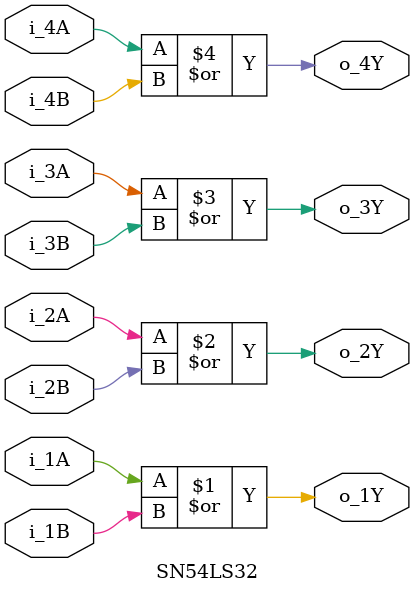
<source format=v>
`timescale 1ns / 1ps

module SN54LS32 (
// port list
	o_1Y	, 
	o_2Y	, 
	o_3Y	, 
	o_4Y	, 
	i_1A	,
	i_1B	, 
	i_2A	, 
	i_2B	, 
	i_3A	, 
	i_3B	, 
	i_4A	, 
	i_4B
);

// port declaration
output 	o_1Y, o_2Y, o_3Y, o_4Y							;
input 	i_1A, i_1B, i_2A, i_2B, i_3A, i_3B, i_4A, i_4B	;

// modeling
assign o_1Y = i_1A | i_1B;
assign o_2Y = i_2A | i_2B;
assign o_3Y = i_3A | i_3B;
assign o_4Y = i_4A | i_4B;




	
endmodule

</source>
